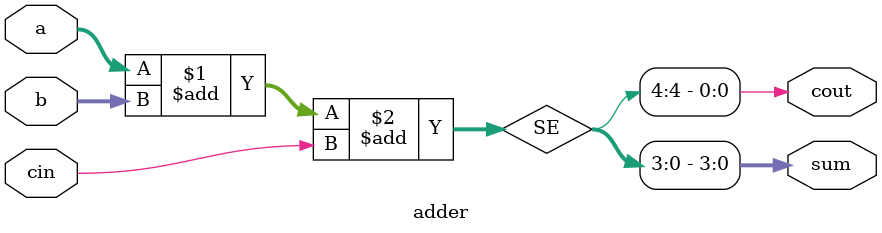
<source format=sv>
module adder(sum, cout, a, b, cin);
input[3:0] a,b;
input cin;
output [3:0] sum;
output cout;

wire [4:0] SE;

assign SE=a+b+cin;
assign cout = SE[4];
assign sum = SE[3:0];
  
endmodule

</source>
